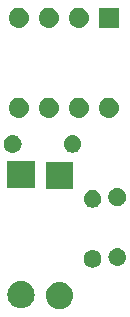
<source format=gbs>
G04 #@! TF.GenerationSoftware,KiCad,Pcbnew,5.1.2-1.fc30*
G04 #@! TF.CreationDate,2019-07-15T00:46:44+02:00*
G04 #@! TF.ProjectId,BadUSB,42616455-5342-42e6-9b69-6361645f7063,rev?*
G04 #@! TF.SameCoordinates,Original*
G04 #@! TF.FileFunction,Soldermask,Bot*
G04 #@! TF.FilePolarity,Negative*
%FSLAX46Y46*%
G04 Gerber Fmt 4.6, Leading zero omitted, Abs format (unit mm)*
G04 Created by KiCad (PCBNEW 5.1.2-1.fc30) date 2019-07-15 00:46:44*
%MOMM*%
%LPD*%
G04 APERTURE LIST*
%ADD10C,0.100000*%
G04 APERTURE END LIST*
D10*
G36*
X81629271Y-54900103D02*
G01*
X81685635Y-54905654D01*
X81902600Y-54971470D01*
X81902602Y-54971471D01*
X82102555Y-55078347D01*
X82277818Y-55222182D01*
X82421653Y-55397445D01*
X82528529Y-55597398D01*
X82594346Y-55814366D01*
X82616569Y-56040000D01*
X82594346Y-56265634D01*
X82528529Y-56482602D01*
X82421653Y-56682555D01*
X82277818Y-56857818D01*
X82102555Y-57001653D01*
X81902602Y-57108529D01*
X81902600Y-57108530D01*
X81685635Y-57174346D01*
X81629271Y-57179897D01*
X81516545Y-57191000D01*
X81403455Y-57191000D01*
X81290729Y-57179897D01*
X81234365Y-57174346D01*
X81017400Y-57108530D01*
X81017398Y-57108529D01*
X80817445Y-57001653D01*
X80642182Y-56857818D01*
X80498347Y-56682555D01*
X80391471Y-56482602D01*
X80325654Y-56265634D01*
X80303431Y-56040000D01*
X80325654Y-55814366D01*
X80391471Y-55597398D01*
X80498347Y-55397445D01*
X80642182Y-55222182D01*
X80817445Y-55078347D01*
X81017398Y-54971471D01*
X81017400Y-54971470D01*
X81234365Y-54905654D01*
X81290729Y-54900103D01*
X81403455Y-54889000D01*
X81516545Y-54889000D01*
X81629271Y-54900103D01*
X81629271Y-54900103D01*
G37*
G36*
X78359271Y-54860103D02*
G01*
X78415635Y-54865654D01*
X78632600Y-54931470D01*
X78632602Y-54931471D01*
X78832555Y-55038347D01*
X79007818Y-55182182D01*
X79151653Y-55357445D01*
X79258529Y-55557398D01*
X79324346Y-55774366D01*
X79346569Y-56000000D01*
X79324346Y-56225634D01*
X79258529Y-56442602D01*
X79151653Y-56642555D01*
X79007818Y-56817818D01*
X78832555Y-56961653D01*
X78632602Y-57068529D01*
X78632600Y-57068530D01*
X78415635Y-57134346D01*
X78359271Y-57139897D01*
X78246545Y-57151000D01*
X78133455Y-57151000D01*
X78020729Y-57139897D01*
X77964365Y-57134346D01*
X77747400Y-57068530D01*
X77747398Y-57068529D01*
X77547445Y-56961653D01*
X77372182Y-56817818D01*
X77228347Y-56642555D01*
X77121471Y-56442602D01*
X77055654Y-56225634D01*
X77033431Y-56000000D01*
X77055654Y-55774366D01*
X77121471Y-55557398D01*
X77228347Y-55357445D01*
X77372182Y-55182182D01*
X77547445Y-55038347D01*
X77747398Y-54931471D01*
X77747400Y-54931470D01*
X77964365Y-54865654D01*
X78020729Y-54860103D01*
X78133455Y-54849000D01*
X78246545Y-54849000D01*
X78359271Y-54860103D01*
X78359271Y-54860103D01*
G37*
G36*
X84323665Y-52202622D02*
G01*
X84397222Y-52209867D01*
X84538786Y-52252810D01*
X84669252Y-52322546D01*
X84699040Y-52346992D01*
X84783607Y-52416393D01*
X84853008Y-52500960D01*
X84877454Y-52530748D01*
X84947190Y-52661214D01*
X84990133Y-52802778D01*
X85004633Y-52950000D01*
X84990133Y-53097222D01*
X84947190Y-53238786D01*
X84877454Y-53369252D01*
X84853008Y-53399040D01*
X84783607Y-53483607D01*
X84714728Y-53540133D01*
X84669252Y-53577454D01*
X84538786Y-53647190D01*
X84397222Y-53690133D01*
X84323665Y-53697378D01*
X84286888Y-53701000D01*
X84213112Y-53701000D01*
X84176335Y-53697378D01*
X84102778Y-53690133D01*
X83961214Y-53647190D01*
X83830748Y-53577454D01*
X83785272Y-53540133D01*
X83716393Y-53483607D01*
X83646992Y-53399040D01*
X83622546Y-53369252D01*
X83552810Y-53238786D01*
X83509867Y-53097222D01*
X83495367Y-52950000D01*
X83509867Y-52802778D01*
X83552810Y-52661214D01*
X83622546Y-52530748D01*
X83646992Y-52500960D01*
X83716393Y-52416393D01*
X83800960Y-52346992D01*
X83830748Y-52322546D01*
X83961214Y-52252810D01*
X84102778Y-52209867D01*
X84176335Y-52202622D01*
X84213112Y-52199000D01*
X84286888Y-52199000D01*
X84323665Y-52202622D01*
X84323665Y-52202622D01*
G37*
G36*
X86413665Y-52052622D02*
G01*
X86487222Y-52059867D01*
X86628786Y-52102810D01*
X86759252Y-52172546D01*
X86789040Y-52196992D01*
X86873607Y-52266393D01*
X86919689Y-52322546D01*
X86967454Y-52380748D01*
X87037190Y-52511214D01*
X87080133Y-52652778D01*
X87094633Y-52800000D01*
X87080133Y-52947222D01*
X87037190Y-53088786D01*
X86967454Y-53219252D01*
X86951423Y-53238786D01*
X86873607Y-53333607D01*
X86789040Y-53403008D01*
X86759252Y-53427454D01*
X86628786Y-53497190D01*
X86487222Y-53540133D01*
X86413665Y-53547378D01*
X86376888Y-53551000D01*
X86303112Y-53551000D01*
X86266335Y-53547378D01*
X86192778Y-53540133D01*
X86051214Y-53497190D01*
X85920748Y-53427454D01*
X85890960Y-53403008D01*
X85806393Y-53333607D01*
X85728577Y-53238786D01*
X85712546Y-53219252D01*
X85642810Y-53088786D01*
X85599867Y-52947222D01*
X85585367Y-52800000D01*
X85599867Y-52652778D01*
X85642810Y-52511214D01*
X85712546Y-52380748D01*
X85760311Y-52322546D01*
X85806393Y-52266393D01*
X85890960Y-52196992D01*
X85920748Y-52172546D01*
X86051214Y-52102810D01*
X86192778Y-52059867D01*
X86266335Y-52052622D01*
X86303112Y-52049000D01*
X86376888Y-52049000D01*
X86413665Y-52052622D01*
X86413665Y-52052622D01*
G37*
G36*
X84412747Y-47136659D02*
G01*
X84469059Y-47147860D01*
X84605732Y-47204472D01*
X84728735Y-47286660D01*
X84833340Y-47391265D01*
X84833341Y-47391267D01*
X84915529Y-47514270D01*
X84972140Y-47650941D01*
X85001000Y-47796032D01*
X85001000Y-47943968D01*
X84972140Y-48089059D01*
X84926712Y-48198733D01*
X84915528Y-48225732D01*
X84833340Y-48348735D01*
X84728735Y-48453340D01*
X84605732Y-48535528D01*
X84605731Y-48535529D01*
X84605730Y-48535529D01*
X84469059Y-48592140D01*
X84323968Y-48621000D01*
X84176032Y-48621000D01*
X84030941Y-48592140D01*
X83894270Y-48535529D01*
X83894269Y-48535529D01*
X83894268Y-48535528D01*
X83771265Y-48453340D01*
X83666660Y-48348735D01*
X83584472Y-48225732D01*
X83573289Y-48198733D01*
X83527860Y-48089059D01*
X83499000Y-47943968D01*
X83499000Y-47796032D01*
X83527860Y-47650941D01*
X83584471Y-47514270D01*
X83666659Y-47391267D01*
X83666660Y-47391265D01*
X83771265Y-47286660D01*
X83894268Y-47204472D01*
X84030941Y-47147860D01*
X84087253Y-47136659D01*
X84176032Y-47119000D01*
X84323968Y-47119000D01*
X84412747Y-47136659D01*
X84412747Y-47136659D01*
G37*
G36*
X86524571Y-46991000D02*
G01*
X86559059Y-46997860D01*
X86695732Y-47054472D01*
X86818735Y-47136660D01*
X86923340Y-47241265D01*
X86923341Y-47241267D01*
X87005529Y-47364270D01*
X87062140Y-47500941D01*
X87091000Y-47646033D01*
X87091000Y-47793967D01*
X87062140Y-47939059D01*
X87005528Y-48075732D01*
X86923340Y-48198735D01*
X86818735Y-48303340D01*
X86695732Y-48385528D01*
X86695731Y-48385529D01*
X86695730Y-48385529D01*
X86559059Y-48442140D01*
X86413968Y-48471000D01*
X86266032Y-48471000D01*
X86120941Y-48442140D01*
X85984270Y-48385529D01*
X85984269Y-48385529D01*
X85984268Y-48385528D01*
X85861265Y-48303340D01*
X85756660Y-48198735D01*
X85674472Y-48075732D01*
X85617860Y-47939059D01*
X85589000Y-47793967D01*
X85589000Y-47646033D01*
X85617860Y-47500941D01*
X85674471Y-47364270D01*
X85756659Y-47241267D01*
X85756660Y-47241265D01*
X85861265Y-47136660D01*
X85984268Y-47054472D01*
X86120941Y-46997860D01*
X86155429Y-46991000D01*
X86266032Y-46969000D01*
X86413968Y-46969000D01*
X86524571Y-46991000D01*
X86524571Y-46991000D01*
G37*
G36*
X82611000Y-47031000D02*
G01*
X80309000Y-47031000D01*
X80309000Y-44729000D01*
X82611000Y-44729000D01*
X82611000Y-47031000D01*
X82611000Y-47031000D01*
G37*
G36*
X79341000Y-46991000D02*
G01*
X77039000Y-46991000D01*
X77039000Y-44689000D01*
X79341000Y-44689000D01*
X79341000Y-46991000D01*
X79341000Y-46991000D01*
G37*
G36*
X77553665Y-42472622D02*
G01*
X77627222Y-42479867D01*
X77768786Y-42522810D01*
X77899252Y-42592546D01*
X77929040Y-42616992D01*
X78013607Y-42686393D01*
X78083008Y-42770960D01*
X78107454Y-42800748D01*
X78177190Y-42931214D01*
X78220133Y-43072778D01*
X78234633Y-43220000D01*
X78220133Y-43367222D01*
X78177190Y-43508786D01*
X78107454Y-43639252D01*
X78083008Y-43669040D01*
X78013607Y-43753607D01*
X77953004Y-43803341D01*
X77899252Y-43847454D01*
X77768786Y-43917190D01*
X77627222Y-43960133D01*
X77553665Y-43967378D01*
X77516888Y-43971000D01*
X77443112Y-43971000D01*
X77406335Y-43967378D01*
X77332778Y-43960133D01*
X77191214Y-43917190D01*
X77060748Y-43847454D01*
X77006996Y-43803341D01*
X76946393Y-43753607D01*
X76876992Y-43669040D01*
X76852546Y-43639252D01*
X76782810Y-43508786D01*
X76739867Y-43367222D01*
X76725367Y-43220000D01*
X76739867Y-43072778D01*
X76782810Y-42931214D01*
X76852546Y-42800748D01*
X76876992Y-42770960D01*
X76946393Y-42686393D01*
X77030960Y-42616992D01*
X77060748Y-42592546D01*
X77191214Y-42522810D01*
X77332778Y-42479867D01*
X77406335Y-42472622D01*
X77443112Y-42469000D01*
X77516888Y-42469000D01*
X77553665Y-42472622D01*
X77553665Y-42472622D01*
G37*
G36*
X82779059Y-42497860D02*
G01*
X82839294Y-42522810D01*
X82915732Y-42554472D01*
X83038735Y-42636660D01*
X83143340Y-42741265D01*
X83225528Y-42864268D01*
X83282140Y-43000941D01*
X83311000Y-43146033D01*
X83311000Y-43293967D01*
X83282140Y-43439059D01*
X83225528Y-43575732D01*
X83143340Y-43698735D01*
X83038735Y-43803340D01*
X82915732Y-43885528D01*
X82915731Y-43885529D01*
X82915730Y-43885529D01*
X82779059Y-43942140D01*
X82633968Y-43971000D01*
X82486032Y-43971000D01*
X82340941Y-43942140D01*
X82204270Y-43885529D01*
X82204269Y-43885529D01*
X82204268Y-43885528D01*
X82081265Y-43803340D01*
X81976660Y-43698735D01*
X81894472Y-43575732D01*
X81837860Y-43439059D01*
X81809000Y-43293967D01*
X81809000Y-43146033D01*
X81837860Y-43000941D01*
X81894472Y-42864268D01*
X81976660Y-42741265D01*
X82081265Y-42636660D01*
X82204268Y-42554472D01*
X82280707Y-42522810D01*
X82340941Y-42497860D01*
X82486032Y-42469000D01*
X82633968Y-42469000D01*
X82779059Y-42497860D01*
X82779059Y-42497860D01*
G37*
G36*
X80716823Y-39331313D02*
G01*
X80877242Y-39379976D01*
X81009906Y-39450886D01*
X81025078Y-39458996D01*
X81154659Y-39565341D01*
X81261004Y-39694922D01*
X81261005Y-39694924D01*
X81340024Y-39842758D01*
X81388687Y-40003177D01*
X81405117Y-40170000D01*
X81388687Y-40336823D01*
X81340024Y-40497242D01*
X81269114Y-40629906D01*
X81261004Y-40645078D01*
X81154659Y-40774659D01*
X81025078Y-40881004D01*
X81025076Y-40881005D01*
X80877242Y-40960024D01*
X80716823Y-41008687D01*
X80591804Y-41021000D01*
X80508196Y-41021000D01*
X80383177Y-41008687D01*
X80222758Y-40960024D01*
X80074924Y-40881005D01*
X80074922Y-40881004D01*
X79945341Y-40774659D01*
X79838996Y-40645078D01*
X79830886Y-40629906D01*
X79759976Y-40497242D01*
X79711313Y-40336823D01*
X79694883Y-40170000D01*
X79711313Y-40003177D01*
X79759976Y-39842758D01*
X79838995Y-39694924D01*
X79838996Y-39694922D01*
X79945341Y-39565341D01*
X80074922Y-39458996D01*
X80090094Y-39450886D01*
X80222758Y-39379976D01*
X80383177Y-39331313D01*
X80508196Y-39319000D01*
X80591804Y-39319000D01*
X80716823Y-39331313D01*
X80716823Y-39331313D01*
G37*
G36*
X83256823Y-39331313D02*
G01*
X83417242Y-39379976D01*
X83549906Y-39450886D01*
X83565078Y-39458996D01*
X83694659Y-39565341D01*
X83801004Y-39694922D01*
X83801005Y-39694924D01*
X83880024Y-39842758D01*
X83928687Y-40003177D01*
X83945117Y-40170000D01*
X83928687Y-40336823D01*
X83880024Y-40497242D01*
X83809114Y-40629906D01*
X83801004Y-40645078D01*
X83694659Y-40774659D01*
X83565078Y-40881004D01*
X83565076Y-40881005D01*
X83417242Y-40960024D01*
X83256823Y-41008687D01*
X83131804Y-41021000D01*
X83048196Y-41021000D01*
X82923177Y-41008687D01*
X82762758Y-40960024D01*
X82614924Y-40881005D01*
X82614922Y-40881004D01*
X82485341Y-40774659D01*
X82378996Y-40645078D01*
X82370886Y-40629906D01*
X82299976Y-40497242D01*
X82251313Y-40336823D01*
X82234883Y-40170000D01*
X82251313Y-40003177D01*
X82299976Y-39842758D01*
X82378995Y-39694924D01*
X82378996Y-39694922D01*
X82485341Y-39565341D01*
X82614922Y-39458996D01*
X82630094Y-39450886D01*
X82762758Y-39379976D01*
X82923177Y-39331313D01*
X83048196Y-39319000D01*
X83131804Y-39319000D01*
X83256823Y-39331313D01*
X83256823Y-39331313D01*
G37*
G36*
X85796823Y-39331313D02*
G01*
X85957242Y-39379976D01*
X86089906Y-39450886D01*
X86105078Y-39458996D01*
X86234659Y-39565341D01*
X86341004Y-39694922D01*
X86341005Y-39694924D01*
X86420024Y-39842758D01*
X86468687Y-40003177D01*
X86485117Y-40170000D01*
X86468687Y-40336823D01*
X86420024Y-40497242D01*
X86349114Y-40629906D01*
X86341004Y-40645078D01*
X86234659Y-40774659D01*
X86105078Y-40881004D01*
X86105076Y-40881005D01*
X85957242Y-40960024D01*
X85796823Y-41008687D01*
X85671804Y-41021000D01*
X85588196Y-41021000D01*
X85463177Y-41008687D01*
X85302758Y-40960024D01*
X85154924Y-40881005D01*
X85154922Y-40881004D01*
X85025341Y-40774659D01*
X84918996Y-40645078D01*
X84910886Y-40629906D01*
X84839976Y-40497242D01*
X84791313Y-40336823D01*
X84774883Y-40170000D01*
X84791313Y-40003177D01*
X84839976Y-39842758D01*
X84918995Y-39694924D01*
X84918996Y-39694922D01*
X85025341Y-39565341D01*
X85154922Y-39458996D01*
X85170094Y-39450886D01*
X85302758Y-39379976D01*
X85463177Y-39331313D01*
X85588196Y-39319000D01*
X85671804Y-39319000D01*
X85796823Y-39331313D01*
X85796823Y-39331313D01*
G37*
G36*
X78176823Y-39331313D02*
G01*
X78337242Y-39379976D01*
X78469906Y-39450886D01*
X78485078Y-39458996D01*
X78614659Y-39565341D01*
X78721004Y-39694922D01*
X78721005Y-39694924D01*
X78800024Y-39842758D01*
X78848687Y-40003177D01*
X78865117Y-40170000D01*
X78848687Y-40336823D01*
X78800024Y-40497242D01*
X78729114Y-40629906D01*
X78721004Y-40645078D01*
X78614659Y-40774659D01*
X78485078Y-40881004D01*
X78485076Y-40881005D01*
X78337242Y-40960024D01*
X78176823Y-41008687D01*
X78051804Y-41021000D01*
X77968196Y-41021000D01*
X77843177Y-41008687D01*
X77682758Y-40960024D01*
X77534924Y-40881005D01*
X77534922Y-40881004D01*
X77405341Y-40774659D01*
X77298996Y-40645078D01*
X77290886Y-40629906D01*
X77219976Y-40497242D01*
X77171313Y-40336823D01*
X77154883Y-40170000D01*
X77171313Y-40003177D01*
X77219976Y-39842758D01*
X77298995Y-39694924D01*
X77298996Y-39694922D01*
X77405341Y-39565341D01*
X77534922Y-39458996D01*
X77550094Y-39450886D01*
X77682758Y-39379976D01*
X77843177Y-39331313D01*
X77968196Y-39319000D01*
X78051804Y-39319000D01*
X78176823Y-39331313D01*
X78176823Y-39331313D01*
G37*
G36*
X86481000Y-33401000D02*
G01*
X84779000Y-33401000D01*
X84779000Y-31699000D01*
X86481000Y-31699000D01*
X86481000Y-33401000D01*
X86481000Y-33401000D01*
G37*
G36*
X83256823Y-31711313D02*
G01*
X83417242Y-31759976D01*
X83549906Y-31830886D01*
X83565078Y-31838996D01*
X83694659Y-31945341D01*
X83801004Y-32074922D01*
X83801005Y-32074924D01*
X83880024Y-32222758D01*
X83928687Y-32383177D01*
X83945117Y-32550000D01*
X83928687Y-32716823D01*
X83880024Y-32877242D01*
X83809114Y-33009906D01*
X83801004Y-33025078D01*
X83694659Y-33154659D01*
X83565078Y-33261004D01*
X83565076Y-33261005D01*
X83417242Y-33340024D01*
X83256823Y-33388687D01*
X83131804Y-33401000D01*
X83048196Y-33401000D01*
X82923177Y-33388687D01*
X82762758Y-33340024D01*
X82614924Y-33261005D01*
X82614922Y-33261004D01*
X82485341Y-33154659D01*
X82378996Y-33025078D01*
X82370886Y-33009906D01*
X82299976Y-32877242D01*
X82251313Y-32716823D01*
X82234883Y-32550000D01*
X82251313Y-32383177D01*
X82299976Y-32222758D01*
X82378995Y-32074924D01*
X82378996Y-32074922D01*
X82485341Y-31945341D01*
X82614922Y-31838996D01*
X82630094Y-31830886D01*
X82762758Y-31759976D01*
X82923177Y-31711313D01*
X83048196Y-31699000D01*
X83131804Y-31699000D01*
X83256823Y-31711313D01*
X83256823Y-31711313D01*
G37*
G36*
X80716823Y-31711313D02*
G01*
X80877242Y-31759976D01*
X81009906Y-31830886D01*
X81025078Y-31838996D01*
X81154659Y-31945341D01*
X81261004Y-32074922D01*
X81261005Y-32074924D01*
X81340024Y-32222758D01*
X81388687Y-32383177D01*
X81405117Y-32550000D01*
X81388687Y-32716823D01*
X81340024Y-32877242D01*
X81269114Y-33009906D01*
X81261004Y-33025078D01*
X81154659Y-33154659D01*
X81025078Y-33261004D01*
X81025076Y-33261005D01*
X80877242Y-33340024D01*
X80716823Y-33388687D01*
X80591804Y-33401000D01*
X80508196Y-33401000D01*
X80383177Y-33388687D01*
X80222758Y-33340024D01*
X80074924Y-33261005D01*
X80074922Y-33261004D01*
X79945341Y-33154659D01*
X79838996Y-33025078D01*
X79830886Y-33009906D01*
X79759976Y-32877242D01*
X79711313Y-32716823D01*
X79694883Y-32550000D01*
X79711313Y-32383177D01*
X79759976Y-32222758D01*
X79838995Y-32074924D01*
X79838996Y-32074922D01*
X79945341Y-31945341D01*
X80074922Y-31838996D01*
X80090094Y-31830886D01*
X80222758Y-31759976D01*
X80383177Y-31711313D01*
X80508196Y-31699000D01*
X80591804Y-31699000D01*
X80716823Y-31711313D01*
X80716823Y-31711313D01*
G37*
G36*
X78176823Y-31711313D02*
G01*
X78337242Y-31759976D01*
X78469906Y-31830886D01*
X78485078Y-31838996D01*
X78614659Y-31945341D01*
X78721004Y-32074922D01*
X78721005Y-32074924D01*
X78800024Y-32222758D01*
X78848687Y-32383177D01*
X78865117Y-32550000D01*
X78848687Y-32716823D01*
X78800024Y-32877242D01*
X78729114Y-33009906D01*
X78721004Y-33025078D01*
X78614659Y-33154659D01*
X78485078Y-33261004D01*
X78485076Y-33261005D01*
X78337242Y-33340024D01*
X78176823Y-33388687D01*
X78051804Y-33401000D01*
X77968196Y-33401000D01*
X77843177Y-33388687D01*
X77682758Y-33340024D01*
X77534924Y-33261005D01*
X77534922Y-33261004D01*
X77405341Y-33154659D01*
X77298996Y-33025078D01*
X77290886Y-33009906D01*
X77219976Y-32877242D01*
X77171313Y-32716823D01*
X77154883Y-32550000D01*
X77171313Y-32383177D01*
X77219976Y-32222758D01*
X77298995Y-32074924D01*
X77298996Y-32074922D01*
X77405341Y-31945341D01*
X77534922Y-31838996D01*
X77550094Y-31830886D01*
X77682758Y-31759976D01*
X77843177Y-31711313D01*
X77968196Y-31699000D01*
X78051804Y-31699000D01*
X78176823Y-31711313D01*
X78176823Y-31711313D01*
G37*
M02*

</source>
